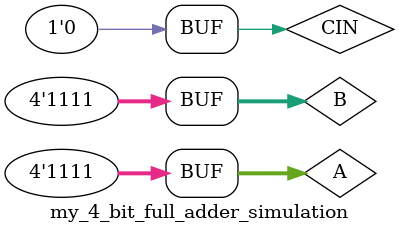
<source format=v>
`timescale 1ns / 1ps


module my_4_bit_full_adder_simulation(

    );
    
    // Inputs
    reg [3:0] A;
    reg [3:0] B;
    reg CIN;
    
    // Outputs
    wire [3:0] S;
    wire COUT;
    
    // Instantiate Device Under Test (DUT)
    my_4_bit_full_adder dut(A, B, CIN, S, COUT);
    
    initial begin
        A = 4'b0011; B = 4'b0011; CIN = 1'b0; #10;
        A = 4'b1011; B = 4'b0111; CIN = 1'b0; #10;
        A = 4'b1111; B = 4'b1111; CIN = 1'b0; #10;
    end
endmodule

</source>
